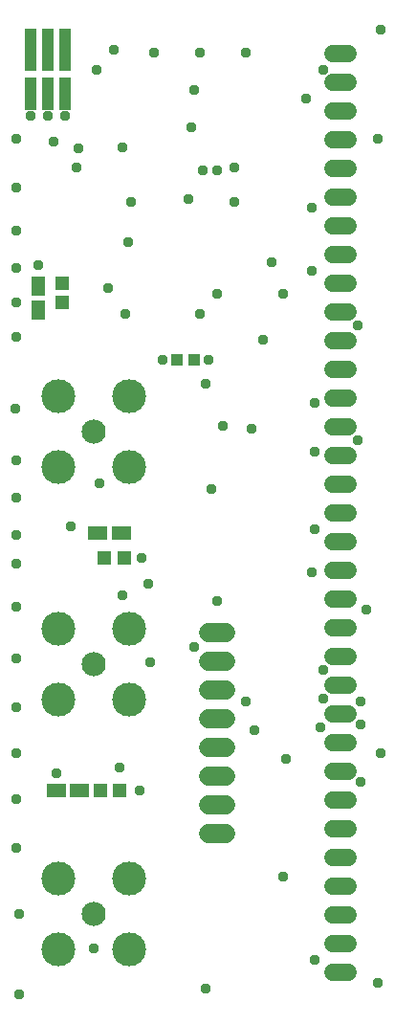
<source format=gbr>
G04 EAGLE Gerber RS-274X export*
G75*
%MOMM*%
%FSLAX34Y34*%
%LPD*%
%INSoldermask Top*%
%IPPOS*%
%AMOC8*
5,1,8,0,0,1.08239X$1,22.5*%
G01*
%ADD10R,1.003200X1.003200*%
%ADD11C,1.511200*%
%ADD12C,3.003200*%
%ADD13C,2.133600*%
%ADD14R,1.053200X3.753200*%
%ADD15R,1.053200X2.853200*%
%ADD16R,1.203200X1.303200*%
%ADD17R,1.303200X1.203200*%
%ADD18R,1.203200X1.703200*%
%ADD19R,1.703200X1.203200*%
%ADD20C,1.727200*%
%ADD21C,0.959600*%


D10*
X160140Y579120D03*
X175140Y579120D03*
D11*
X298260Y849630D02*
X311340Y849630D01*
X311340Y824230D02*
X298260Y824230D01*
X298260Y798830D02*
X311340Y798830D01*
X311340Y773430D02*
X298260Y773430D01*
X298260Y748030D02*
X311340Y748030D01*
X311340Y722630D02*
X298260Y722630D01*
X298260Y697230D02*
X311340Y697230D01*
X311340Y671830D02*
X298260Y671830D01*
X298260Y646430D02*
X311340Y646430D01*
X311340Y621030D02*
X298260Y621030D01*
X298260Y595630D02*
X311340Y595630D01*
X311340Y570230D02*
X298260Y570230D01*
X298260Y544830D02*
X311340Y544830D01*
X311340Y519430D02*
X298260Y519430D01*
X298260Y494030D02*
X311340Y494030D01*
X311340Y468630D02*
X298260Y468630D01*
X298260Y443230D02*
X311340Y443230D01*
X311340Y417830D02*
X298260Y417830D01*
X298260Y392430D02*
X311340Y392430D01*
X311340Y367030D02*
X298260Y367030D01*
X298260Y341630D02*
X311340Y341630D01*
X311340Y316230D02*
X298260Y316230D01*
X298260Y290830D02*
X311340Y290830D01*
X311340Y265430D02*
X298260Y265430D01*
X298260Y240030D02*
X311340Y240030D01*
X311340Y214630D02*
X298260Y214630D01*
X298260Y189230D02*
X311340Y189230D01*
X311340Y163830D02*
X298260Y163830D01*
X298260Y138430D02*
X311340Y138430D01*
X311340Y113030D02*
X298260Y113030D01*
X298260Y87630D02*
X311340Y87630D01*
X311340Y62230D02*
X298260Y62230D01*
X298260Y36830D02*
X311340Y36830D01*
D12*
X55060Y120200D03*
X117660Y120200D03*
X55060Y57600D03*
X117660Y57600D03*
D13*
X86360Y88900D03*
D12*
X55060Y341180D03*
X117660Y341180D03*
X55060Y278580D03*
X117660Y278580D03*
D13*
X86360Y309880D03*
D12*
X55060Y546920D03*
X117660Y546920D03*
X55060Y484320D03*
X117660Y484320D03*
D13*
X86360Y515620D03*
D14*
X60720Y853410D03*
X45720Y853410D03*
X30720Y853410D03*
D15*
X60720Y814410D03*
X45720Y814410D03*
X30720Y814410D03*
D16*
X113021Y403970D03*
X96021Y403970D03*
D17*
X58030Y646556D03*
X58030Y629556D03*
D16*
X108884Y197807D03*
X91884Y197807D03*
D18*
X36830Y623205D03*
X36830Y644255D03*
D19*
X89805Y425450D03*
X110855Y425450D03*
X52975Y198120D03*
X74025Y198120D03*
D20*
X187960Y337820D02*
X203200Y337820D01*
X203200Y312420D02*
X187960Y312420D01*
X187960Y287020D02*
X203200Y287020D01*
X203200Y261620D02*
X187960Y261620D01*
X187960Y236220D02*
X203200Y236220D01*
X203200Y210820D02*
X187960Y210820D01*
X187960Y185420D02*
X203200Y185420D01*
X203200Y160020D02*
X187960Y160020D01*
D21*
X195580Y637740D03*
X195580Y746760D03*
X236220Y596900D03*
X243840Y665480D03*
X147320Y579120D03*
X289560Y835660D03*
X71120Y749300D03*
X86360Y58420D03*
X281940Y48260D03*
X180340Y619760D03*
X114300Y619760D03*
X279400Y657860D03*
X279400Y713740D03*
X17780Y774700D03*
X91440Y469900D03*
X111760Y370840D03*
X195580Y365760D03*
X17780Y731520D03*
X17780Y693420D03*
X17780Y660400D03*
X17780Y629920D03*
X17780Y599440D03*
X16510Y535940D03*
X190500Y464820D03*
X17780Y490220D03*
X17780Y457200D03*
X17780Y424180D03*
X17780Y398780D03*
X66040Y431800D03*
X17780Y360680D03*
X134620Y381000D03*
X17780Y314960D03*
X17780Y271780D03*
X17780Y231140D03*
X17780Y190500D03*
X17780Y147320D03*
X53340Y213360D03*
X109220Y218016D03*
X20320Y88900D03*
X20320Y17780D03*
X185420Y22860D03*
X337820Y27940D03*
X340360Y231140D03*
X256540Y226060D03*
X228600Y251460D03*
X220980Y276860D03*
X135890Y311150D03*
X175260Y325120D03*
X281940Y429260D03*
X279400Y391160D03*
X281940Y497840D03*
X281940Y541020D03*
X185100Y558154D03*
X200660Y520700D03*
X116840Y683260D03*
X182880Y746760D03*
X210820Y749300D03*
X210820Y718820D03*
X170180Y721360D03*
X180340Y850900D03*
X139700Y850900D03*
X175260Y817880D03*
X220980Y850900D03*
X274320Y810260D03*
X340360Y871220D03*
X337820Y774700D03*
X104140Y853440D03*
X88900Y835660D03*
X99060Y642620D03*
X226060Y518160D03*
X327660Y358140D03*
X322580Y276860D03*
X287020Y254000D03*
X289560Y279400D03*
X289560Y304800D03*
X322580Y256540D03*
X254000Y637540D03*
X111760Y767080D03*
X119380Y718820D03*
X172720Y784860D03*
X50800Y772160D03*
X72390Y765810D03*
X320040Y609600D03*
X320040Y508000D03*
X322580Y205740D03*
X254000Y121920D03*
X36830Y662940D03*
X187960Y579120D03*
X128270Y403860D03*
X127000Y198120D03*
X60960Y795020D03*
X30480Y795020D03*
X45720Y795020D03*
M02*

</source>
